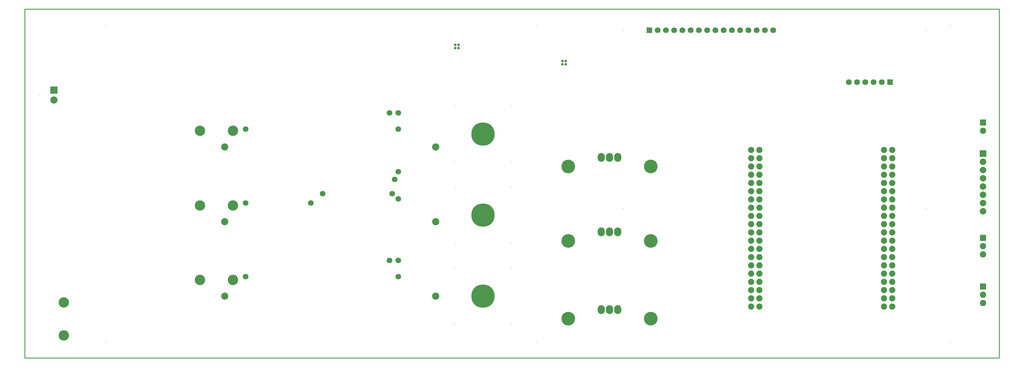
<source format=gbs>
G04 Layer_Color=16711935*
%FSLAX43Y43*%
%MOMM*%
G71*
G01*
G75*
%ADD36C,0.254*%
%ADD96O,2.203X2.703*%
%ADD97C,0.203*%
%ADD98C,7.203*%
%ADD99C,1.727*%
%ADD100C,2.203*%
%ADD101C,3.203*%
%ADD102C,1.803*%
%ADD103R,1.803X1.803*%
%ADD106C,1.903*%
%ADD107R,1.953X1.953*%
%ADD108C,1.953*%
%ADD109C,4.203*%
%ADD110R,0.203X0.203*%
%ADD111R,2.203X2.203*%
%ADD112C,2.003*%
%ADD113R,2.003X2.003*%
%ADD114C,0.803*%
D36*
X0Y0D02*
X300000D01*
Y107500D01*
X0D02*
X300000D01*
X0Y0D02*
Y107500D01*
D96*
X182550Y14900D02*
D03*
X180000D02*
D03*
X177450D02*
D03*
X182550Y61800D02*
D03*
X180000D02*
D03*
X177450D02*
D03*
Y38800D02*
D03*
X180000D02*
D03*
X182550D02*
D03*
D97*
X132350Y52650D02*
D03*
X149650Y35350D02*
D03*
Y52650D02*
D03*
X132350Y35350D02*
D03*
Y10350D02*
D03*
X149650Y27650D02*
D03*
Y10350D02*
D03*
X132350Y27650D02*
D03*
X25000Y5000D02*
D03*
X184250Y46000D02*
D03*
X132350Y60350D02*
D03*
X149650Y77650D02*
D03*
Y60350D02*
D03*
X132350Y77650D02*
D03*
X25000Y102500D02*
D03*
X157500D02*
D03*
X285000D02*
D03*
Y5000D02*
D03*
X157500Y5000D02*
D03*
X184250Y101000D02*
D03*
X277250D02*
D03*
X277270Y46000D02*
D03*
D98*
X141000Y44000D02*
D03*
Y19000D02*
D03*
Y69000D02*
D03*
D99*
X68000Y25000D02*
D03*
X115000Y30000D02*
D03*
Y25000D02*
D03*
X112250Y30000D02*
D03*
X91680Y50570D02*
D03*
X115000Y57380D02*
D03*
X113120Y50570D02*
D03*
X113880Y54970D02*
D03*
X115000Y49000D02*
D03*
X68000Y47700D02*
D03*
X88000D02*
D03*
X112250Y75500D02*
D03*
X115000Y70500D02*
D03*
Y75500D02*
D03*
X68000Y70500D02*
D03*
D100*
X61500Y19000D02*
D03*
X126500D02*
D03*
X9000Y79500D02*
D03*
X61500Y65000D02*
D03*
X126500D02*
D03*
X61500Y42000D02*
D03*
X126500D02*
D03*
D101*
X53920Y24000D02*
D03*
X64080D02*
D03*
X12000Y6920D02*
D03*
Y17080D02*
D03*
X53920Y70000D02*
D03*
X64080D02*
D03*
X53920Y47000D02*
D03*
X64080D02*
D03*
D102*
X253650Y85000D02*
D03*
X258730D02*
D03*
X263810D02*
D03*
X261270D02*
D03*
X256190D02*
D03*
X227810Y101000D02*
D03*
X222730D02*
D03*
X215110D02*
D03*
X210030D02*
D03*
X204950D02*
D03*
X199870D02*
D03*
X194790D02*
D03*
X197330D02*
D03*
X202410D02*
D03*
X207490D02*
D03*
X212570D02*
D03*
X217650D02*
D03*
X220190D02*
D03*
X225270D02*
D03*
X230350D02*
D03*
D103*
X266350Y85000D02*
D03*
X192250Y101000D02*
D03*
D106*
X223560Y64100D02*
D03*
Y61560D02*
D03*
Y59020D02*
D03*
Y56480D02*
D03*
Y53940D02*
D03*
Y51400D02*
D03*
Y48860D02*
D03*
Y46320D02*
D03*
Y43780D02*
D03*
Y41240D02*
D03*
Y38700D02*
D03*
Y36160D02*
D03*
Y33620D02*
D03*
Y31080D02*
D03*
Y28540D02*
D03*
Y26000D02*
D03*
Y23460D02*
D03*
Y20920D02*
D03*
Y18380D02*
D03*
Y15840D02*
D03*
X226100Y64100D02*
D03*
Y61560D02*
D03*
Y59020D02*
D03*
Y56480D02*
D03*
Y53940D02*
D03*
Y51400D02*
D03*
Y48860D02*
D03*
Y46320D02*
D03*
Y43780D02*
D03*
Y41240D02*
D03*
Y38700D02*
D03*
Y36160D02*
D03*
Y33620D02*
D03*
Y31080D02*
D03*
Y28540D02*
D03*
Y26000D02*
D03*
Y23460D02*
D03*
Y20920D02*
D03*
Y18380D02*
D03*
Y15840D02*
D03*
X267000D02*
D03*
Y18380D02*
D03*
Y20920D02*
D03*
Y23460D02*
D03*
Y26000D02*
D03*
Y28540D02*
D03*
Y31080D02*
D03*
Y33620D02*
D03*
Y36160D02*
D03*
Y38700D02*
D03*
Y41240D02*
D03*
Y43780D02*
D03*
Y46320D02*
D03*
Y48860D02*
D03*
Y51400D02*
D03*
Y53940D02*
D03*
Y56480D02*
D03*
Y59020D02*
D03*
Y61560D02*
D03*
Y64100D02*
D03*
X264460Y15840D02*
D03*
Y18380D02*
D03*
Y20920D02*
D03*
Y23460D02*
D03*
Y26000D02*
D03*
Y28540D02*
D03*
Y31080D02*
D03*
Y33620D02*
D03*
Y36160D02*
D03*
Y38700D02*
D03*
Y41240D02*
D03*
Y43780D02*
D03*
Y46320D02*
D03*
Y48860D02*
D03*
Y51400D02*
D03*
Y53940D02*
D03*
Y56480D02*
D03*
Y59020D02*
D03*
Y61560D02*
D03*
Y64100D02*
D03*
D107*
X295000Y37000D02*
D03*
Y72500D02*
D03*
Y22000D02*
D03*
D108*
Y34460D02*
D03*
Y31920D02*
D03*
Y69960D02*
D03*
Y16920D02*
D03*
Y19460D02*
D03*
D109*
X167300Y59000D02*
D03*
X192700D02*
D03*
X167300Y12100D02*
D03*
X192700D02*
D03*
X167300Y36000D02*
D03*
X192700D02*
D03*
D110*
X4680Y81000D02*
D03*
D111*
X9000Y82500D02*
D03*
D112*
X295000Y45220D02*
D03*
Y47760D02*
D03*
Y50300D02*
D03*
Y52840D02*
D03*
Y55380D02*
D03*
Y57920D02*
D03*
Y60460D02*
D03*
D113*
Y63000D02*
D03*
D114*
X166500Y90500D02*
D03*
X165500D02*
D03*
X166500Y91500D02*
D03*
X165500D02*
D03*
X132500Y96500D02*
D03*
X133500D02*
D03*
X132500Y95500D02*
D03*
X133500D02*
D03*
M02*

</source>
